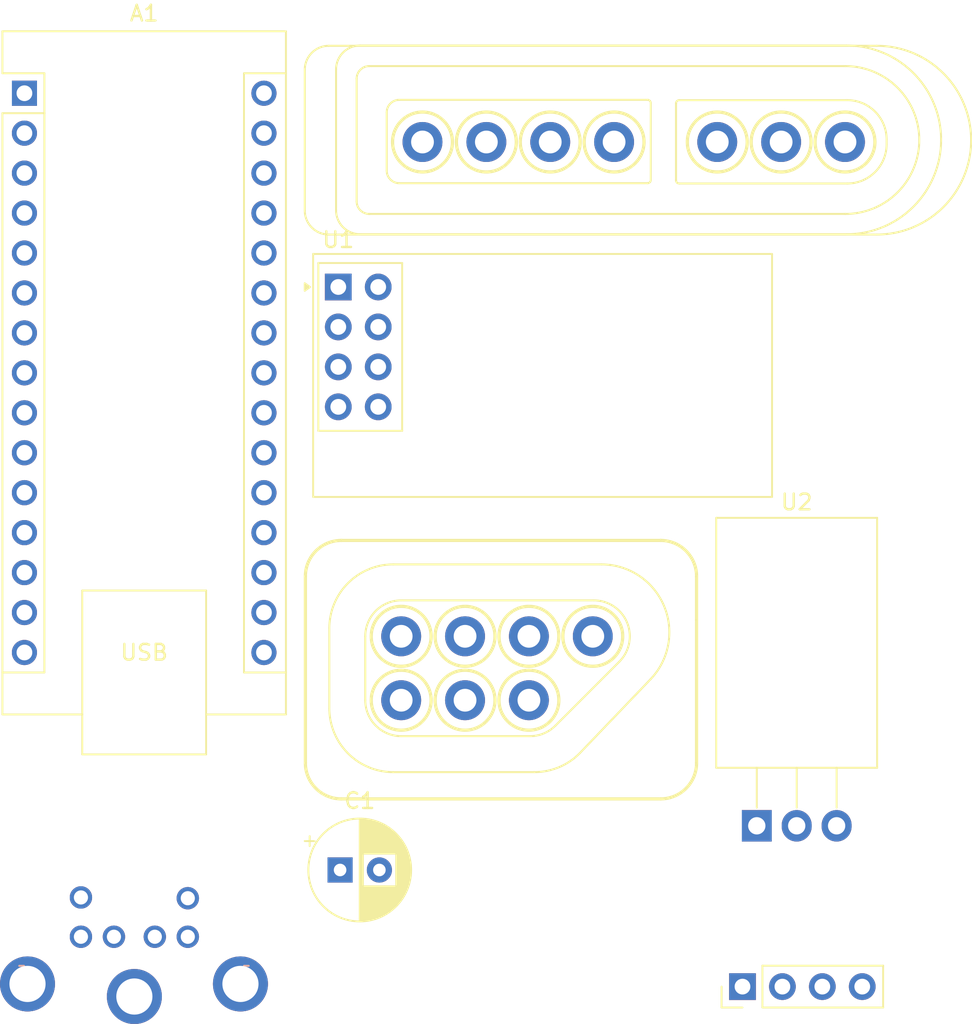
<source format=kicad_pcb>
(kicad_pcb (version 20240108) (generator "pcbnew") (generator_version "8.0")
  (layers (0 "F.Cu" signal) (31 "B.Cu" signal) (34 "B.Paste" user) (35 "F.Paste" user) (36 "B.SilkS" user "B.Silkscreen") (37 "F.SilkS" user "F.Silkscreen") (38 "B.Mask" user) (39 "F.Mask" user) (44 "Edge.Cuts" user))
  (net 0 "")
  (net 1 "Net-(A1-D5)")
  (net 4 "Net-(Nes1-GND)")
  (net 15 "Net-(A1-+5V)")
  (net 16 "Net-(A1-D4)")
  (net 19 "Net-(A1-D6)")
  (net 21 "Net-(A1-D9)")
  (net 22 "Net-(A1-D7)")
  (net 23 "Net-(A1-A4)")
  (net 24 "Net-(A1-D8)")
  (net 25 "Net-(A1-D13)")
  (net 26 "Net-(A1-D12)")
  (net 27 "Net-(A1-D11)")
  (net 28 "Net-(A1-A5)")
  (net 29 "Net-(U1-VCC)")
  (net 30 "Net-(U1-GND)")
  (net 31 "Net-(A1-D2)")
  (net 32 "Net-(A1-D3)")
  (footprint "Footprints_cez:1.3_0.91 inch Oled screen" (layer "F.Cu") (at 154.522 102.028)
    (property "Reference" "U3" (hide yes))
    (property "Value" "~")
    (fp_line (start -5.23 9.03) (end -5.23 7.7) (stroke (width 0.12)) (layer "F.SilkS"))
    (fp_line (start -3.9 9.03) (end -5.23 9.03) (stroke (width 0.12)) (layer "F.SilkS"))
    (fp_line (start -2.63 6.37) (end 5.05 6.37) (stroke (width 0.12)) (layer "F.SilkS"))
    (fp_line (start -2.63 9.03) (end -2.63 6.37) (stroke (width 0.12)) (layer "F.SilkS"))
    (fp_line (start -2.63 9.03) (end 5.05 9.03) (stroke (width 0.12)) (layer "F.SilkS"))
    (fp_line (start 5.05 9.03) (end 5.05 6.37) (stroke (width 0.12)) (layer "F.SilkS"))
    (pad "1" thru_hole rect (at -3.9 7.7 90) (size 1.7 1.7) (drill 1) (layers "*.Cu" "*.Mask") (net 15 "Net-(A1-+5V)"))
    (pad "2" thru_hole oval (at -1.36 7.7 90) (size 1.7 1.7) (drill 1) (layers "*.Cu" "*.Mask") (net 4 "Net-(Nes1-GND)"))
    (pad "3" thru_hole oval (at 1.18 7.7 90) (size 1.7 1.7) (drill 1) (layers "*.Cu" "*.Mask") (net 28 "Net-(A1-A5)"))
    (pad "4" thru_hole oval (at 3.72 7.7 90) (size 1.7 1.7) (drill 1) (layers "*.Cu" "*.Mask") (net 23 "Net-(A1-A4)"))
  )
  (footprint "Capacitor_THT:CP_Radial_D6.3mm_P2.50mm" (layer "F.Cu") (at 125.017241 102.313)
    (property "Reference" "C1" (at 1.25 -4.4 0) (layer "F.SilkS"))
    (property "Value" "C_Polarized")
    (fp_line (start -2.250241 -1.839) (end -1.620241 -1.839) (stroke (width 0.12)) (layer "F.SilkS"))
    (fp_line (start -1.935241 -2.154) (end -1.935241 -1.524) (stroke (width 0.12)) (layer "F.SilkS"))
    (fp_line (start 1.25 -3.23) (end 1.25 3.23) (stroke (width 0.12)) (layer "F.SilkS"))
    (fp_line (start 1.29 -3.23) (end 1.29 3.23) (stroke (width 0.12)) (layer "F.SilkS"))
    (fp_line (start 1.33 -3.23) (end 1.33 3.23) (stroke (width 0.12)) (layer "F.SilkS"))
    (fp_line (start 1.37 -3.228) (end 1.37 3.228) (stroke (width 0.12)) (layer "F.SilkS"))
    (fp_line (start 1.41 -3.227) (end 1.41 3.227) (stroke (width 0.12)) (layer "F.SilkS"))
    (fp_line (start 1.45 -3.224) (end 1.45 3.224) (stroke (width 0.12)) (layer "F.SilkS"))
    (fp_line (start 1.49 -3.222) (end 1.49 -1.04) (stroke (width 0.12)) (layer "F.SilkS"))
    (fp_line (start 1.49 1.04) (end 1.49 3.222) (stroke (width 0.12)) (layer "F.SilkS"))
    (fp_line (start 1.53 -3.218) (end 1.53 -1.04) (stroke (width 0.12)) (layer "F.SilkS"))
    (fp_line (start 1.53 1.04) (end 1.53 3.218) (stroke (width 0.12)) (layer "F.SilkS"))
    (fp_line (start 1.57 -3.215) (end 1.57 -1.04) (stroke (width 0.12)) (layer "F.SilkS"))
    (fp_line (start 1.57 1.04) (end 1.57 3.215) (stroke (width 0.12)) (layer "F.SilkS"))
    (fp_line (start 1.61 -3.211) (end 1.61 -1.04) (stroke (width 0.12)) (layer "F.SilkS"))
    (fp_line (start 1.61 1.04) (end 1.61 3.211) (stroke (width 0.12)) (layer "F.SilkS"))
    (fp_line (start 1.65 -3.206) (end 1.65 -1.04) (stroke (width 0.12)) (layer "F.SilkS"))
    (fp_line (start 1.65 1.04) (end 1.65 3.206) (stroke (width 0.12)) (layer "F.SilkS"))
    (fp_line (start 1.69 -3.201) (end 1.69 -1.04) (stroke (width 0.12)) (layer "F.SilkS"))
    (fp_line (start 1.69 1.04) (end 1.69 3.201) (stroke (width 0.12)) (layer "F.SilkS"))
    (fp_line (start 1.73 -3.195) (end 1.73 -1.04) (stroke (width 0.12)) (layer "F.SilkS"))
    (fp_line (start 1.73 1.04) (end 1.73 3.195) (stroke (width 0.12)) (layer "F.SilkS"))
    (fp_line (start 1.77 -3.189) (end 1.77 -1.04) (stroke (width 0.12)) (layer "F.SilkS"))
    (fp_line (start 1.77 1.04) (end 1.77 3.189) (stroke (width 0.12)) (layer "F.SilkS"))
    (fp_line (start 1.81 -3.182) (end 1.81 -1.04) (stroke (width 0.12)) (layer "F.SilkS"))
    (fp_line (start 1.81 1.04) (end 1.81 3.182) (stroke (width 0.12)) (layer "F.SilkS"))
    (fp_line (start 1.85 -3.175) (end 1.85 -1.04) (stroke (width 0.12)) (layer "F.SilkS"))
    (fp_line (start 1.85 1.04) (end 1.85 3.175) (stroke (width 0.12)) (layer "F.SilkS"))
    (fp_line (start 1.89 -3.167) (end 1.89 -1.04) (stroke (width 0.12)) (layer "F.SilkS"))
    (fp_line (start 1.89 1.04) (end 1.89 3.167) (stroke (width 0.12)) (layer "F.SilkS"))
    (fp_line (start 1.93 -3.159) (end 1.93 -1.04) (stroke (width 0.12)) (layer "F.SilkS"))
    (fp_line (start 1.93 1.04) (end 1.93 3.159) (stroke (width 0.12)) (layer "F.SilkS"))
    (fp_line (start 1.971 -3.15) (end 1.971 -1.04) (stroke (width 0.12)) (layer "F.SilkS"))
    (fp_line (start 1.971 1.04) (end 1.971 3.15) (stroke (width 0.12)) (layer "F.SilkS"))
    (fp_line (start 2.011 -3.141) (end 2.011 -1.04) (stroke (width 0.12)) (layer "F.SilkS"))
    (fp_line (start 2.011 1.04) (end 2.011 3.141) (stroke (width 0.12)) (layer "F.SilkS"))
    (fp_line (start 2.051 -3.131) (end 2.051 -1.04) (stroke (width 0.12)) (layer "F.SilkS"))
    (fp_line (start 2.051 1.04) (end 2.051 3.131) (stroke (width 0.12)) (layer "F.SilkS"))
    (fp_line (start 2.091 -3.121) (end 2.091 -1.04) (stroke (width 0.12)) (layer "F.SilkS"))
    (fp_line (start 2.091 1.04) (end 2.091 3.121) (stroke (width 0.12)) (layer "F.SilkS"))
    (fp_line (start 2.131 -3.11) (end 2.131 -1.04) (stroke (width 0.12)) (layer "F.SilkS"))
    (fp_line (start 2.131 1.04) (end 2.131 3.11) (stroke (width 0.12)) (layer "F.SilkS"))
    (fp_line (start 2.171 -3.098) (end 2.171 -1.04) (stroke (width 0.12)) (layer "F.SilkS"))
    (fp_line (start 2.171 1.04) (end 2.171 3.098) (stroke (width 0.12)) (layer "F.SilkS"))
    (fp_line (start 2.211 -3.086) (end 2.211 -1.04) (stroke (width 0.12)) (layer "F.SilkS"))
    (fp_line (start 2.211 1.04) (end 2.211 3.086) (stroke (width 0.12)) (layer "F.SilkS"))
    (fp_line (start 2.251 -3.074) (end 2.251 -1.04) (stroke (width 0.12)) (layer "F.SilkS"))
    (fp_line (start 2.251 1.04) (end 2.251 3.074) (stroke (width 0.12)) (layer "F.SilkS"))
    (fp_line (start 2.291 -3.061) (end 2.291 -1.04) (stroke (width 0.12)) (layer "F.SilkS"))
    (fp_line (start 2.291 1.04) (end 2.291 3.061) (stroke (width 0.12)) (layer "F.SilkS"))
    (fp_line (start 2.331 -3.047) (end 2.331 -1.04) (stroke (width 0.12)) (layer "F.SilkS"))
    (fp_line (start 2.331 1.04) (end 2.331 3.047) (stroke (width 0.12)) (layer "F.SilkS"))
    (fp_line (start 2.371 -3.033) (end 2.371 -1.04) (stroke (width 0.12)) (layer "F.SilkS"))
    (fp_line (start 2.371 1.04) (end 2.371 3.033) (stroke (width 0.12)) (layer "F.SilkS"))
    (fp_line (start 2.411 -3.018) (end 2.411 -1.04) (stroke (width 0.12)) (layer "F.SilkS"))
    (fp_line (start 2.411 1.04) (end 2.411 3.018) (stroke (width 0.12)) (layer "F.SilkS"))
    (fp_line (start 2.451 -3.002) (end 2.451 -1.04) (stroke (width 0.12)) (layer "F.SilkS"))
    (fp_line (start 2.451 1.04) (end 2.451 3.002) (stroke (width 0.12)) (layer "F.SilkS"))
    (fp_line (start 2.491 -2.986) (end 2.491 -1.04) (stroke (width 0.12)) (layer "F.SilkS"))
    (fp_line (start 2.491 1.04) (end 2.491 2.986) (stroke (width 0.12)) (layer "F.SilkS"))
    (fp_line (start 2.531 -2.97) (end 2.531 -1.04) (stroke (width 0.12)) (layer "F.SilkS"))
    (fp_line (start 2.531 1.04) (end 2.531 2.97) (stroke (width 0.12)) (layer "F.SilkS"))
    (fp_line (start 2.571 -2.952) (end 2.571 -1.04) (stroke (width 0.12)) (layer "F.SilkS"))
    (fp_line (start 2.571 1.04) (end 2.571 2.952) (stroke (width 0.12)) (layer "F.SilkS"))
    (fp_line (start 2.611 -2.934) (end 2.611 -1.04) (stroke (width 0.12)) (layer "F.SilkS"))
    (fp_line (start 2.611 1.04) (end 2.611 2.934) (stroke (width 0.12)) (layer "F.SilkS"))
    (fp_line (start 2.651 -2.916) (end 2.651 -1.04) (stroke (width 0.12)) (layer "F.SilkS"))
    (fp_line (start 2.651 1.04) (end 2.651 2.916) (stroke (width 0.12)) (layer "F.SilkS"))
    (fp_line (start 2.691 -2.896) (end 2.691 -1.04) (stroke (width 0.12)) (layer "F.SilkS"))
    (fp_line (start 2.691 1.04) (end 2.691 2.896) (stroke (width 0.12)) (layer "F.SilkS"))
    (fp_line (start 2.731 -2.876) (end 2.731 -1.04) (stroke (width 0.12)) (layer "F.SilkS"))
    (fp_line (start 2.731 1.04) (end 2.731 2.876) (stroke (width 0.12)) (layer "F.SilkS"))
    (fp_line (start 2.771 -2.856) (end 2.771 -1.04) (stroke (width 0.12)) (layer "F.SilkS"))
    (fp_line (start 2.771 1.04) (end 2.771 2.856) (stroke (width 0.12)) (layer "F.SilkS"))
    (fp_line (start 2.811 -2.834) (end 2.811 -1.04) (stroke (width 0.12)) (layer "F.SilkS"))
    (fp_line (start 2.811 1.04) (end 2.811 2.834) (stroke (width 0.12)) (layer "F.SilkS"))
    (fp_line (start 2.851 -2.812) (end 2.851 -1.04) (stroke (width 0.12)) (layer "F.SilkS"))
    (fp_line (start 2.851 1.04) (end 2.851 2.812) (stroke (width 0.12)) (layer "F.SilkS"))
    (fp_line (start 2.891 -2.79) (end 2.891 -1.04) (stroke (width 0.12)) (layer "F.SilkS"))
    (fp_line (start 2.891 1.04) (end 2.891 2.79) (stroke (width 0.12)) (layer "F.SilkS"))
    (fp_line (start 2.931 -2.766) (end 2.931 -1.04) (stroke (width 0.12)) (layer "F.SilkS"))
    (fp_line (start 2.931 1.04) (end 2.931 2.766) (stroke (width 0.12)) (layer "F.SilkS"))
    (fp_line (start 2.971 -2.742) (end 2.971 -1.04) (stroke (width 0.12)) (layer "F.SilkS"))
    (fp_line (start 2.971 1.04) (end 2.971 2.742) (stroke (width 0.12)) (layer "F.SilkS"))
    (fp_line (start 3.011 -2.716) (end 3.011 -1.04) (stroke (width 0.12)) (layer "F.SilkS"))
    (fp_line (start 3.011 1.04) (end 3.011 2.716) (stroke (width 0.12)) (layer "F.SilkS"))
    (fp_line (start 3.051 -2.69) (end 3.051 -1.04) (stroke (width 0.12)) (layer "F.SilkS"))
    (fp_line (start 3.051 1.04) (end 3.051 2.69) (stroke (width 0.12)) (layer "F.SilkS"))
    (fp_line (start 3.091 -2.664) (end 3.091 -1.04) (stroke (width 0.12)) (layer "F.SilkS"))
    (fp_line (start 3.091 1.04) (end 3.091 2.664) (stroke (width 0.12)) (layer "F.SilkS"))
    (fp_line (start 3.131 -2.636) (end 3.131 -1.04) (stroke (width 0.12)) (layer "F.SilkS"))
    (fp_line (start 3.131 1.04) (end 3.131 2.636) (stroke (width 0.12)) (layer "F.SilkS"))
    (fp_line (start 3.171 -2.607) (end 3.171 -1.04) (stroke (width 0.12)) (layer "F.SilkS"))
    (fp_line (start 3.171 1.04) (end 3.171 2.607) (stroke (width 0.12)) (layer "F.SilkS"))
    (fp_line (start 3.211 -2.578) (end 3.211 -1.04) (stroke (width 0.12)) (layer "F.SilkS"))
    (fp_line (start 3.211 1.04) (end 3.211 2.578) (stroke (width 0.12)) (layer "F.SilkS"))
    (fp_line (start 3.251 -2.548) (end 3.251 -1.04) (stroke (width 0.12)) (layer "F.SilkS"))
    (fp_line (start 3.251 1.04) (end 3.251 2.548) (stroke (width 0.12)) (layer "F.SilkS"))
    (fp_line (start 3.291 -2.516) (end 3.291 -1.04) (stroke (width 0.12)) (layer "F.SilkS"))
    (fp_line (start 3.291 1.04) (end 3.291 2.516) (stroke (width 0.12)) (layer "F.SilkS"))
    (fp_line (start 3.331 -2.484) (end 3.331 -1.04) (stroke (width 0.12)) (layer "F.SilkS"))
    (fp_line (start 3.331 1.04) (end 3.331 2.484) (stroke (width 0.12)) (layer "F.SilkS"))
    (fp_line (start 3.371 -2.45) (end 3.371 -1.04) (stroke (width 0.12)) (layer "F.SilkS"))
    (fp_line (start 3.371 1.04) (end 3.371 2.45) (stroke (width 0.12)) (layer "F.SilkS"))
    (fp_line (start 3.411 -2.416) (end 3.411 -1.04) (stroke (width 0.12)) (layer "F.SilkS"))
    (fp_line (start 3.411 1.04) (end 3.411 2.416) (stroke (width 0.12)) (layer "F.SilkS"))
    (fp_line (start 3.451 -2.38) (end 3.451 -1.04) (stroke (width 0.12)) (layer "F.SilkS"))
    (fp_line (start 3.451 1.04) (end 3.451 2.38) (stroke (width 0.12)) (layer "F.SilkS"))
    (fp_line (start 3.491 -2.343) (end 3.491 -1.04) (stroke (width 0.12)) (layer "F.SilkS"))
    (fp_line (start 3.491 1.04) (end 3.491 2.343) (stroke (width 0.12)) (layer "F.SilkS"))
    (fp_line (start 3.531 -2.305) (end 3.531 -1.04) (stroke (width 0.12)) (layer "F.SilkS"))
    (fp_line (start 3.531 1.04) (end 3.531 2.305) (stroke (width 0.12)) (layer "F.SilkS"))
    (fp_line (start 3.571 -2.265) (end 3.571 2.265) (stroke (width 0.12)) (layer "F.SilkS"))
    (fp_line (start 3.611 -2.224) (end 3.611 2.224) (stroke (width 0.12)) (layer "F.SilkS"))
    (fp_line (start 3.651 -2.182) (end 3.651 2.182) (stroke (width 0.12)) (layer "F.SilkS"))
    (fp_line (start 3.691 -2.137) (end 3.691 2.137) (stroke (width 0.12)) (layer "F.SilkS"))
    (fp_line (start 3.731 -2.092) (end 3.731 2.092) (stroke (width 0.12)) (layer "F.SilkS"))
    (fp_line (start 3.771 -2.044) (end 3.771 2.044) (stroke (width 0.12)) (layer "F.SilkS"))
    (fp_line (start 3.811 -1.995) (end 3.811 1.995) (stroke (width 0.12)) (layer "F.SilkS"))
    (fp_line (start 3.851 -1.944) (end 3.851 1.944) (stroke (width 0.12)) (layer "F.SilkS"))
    (fp_line (start 3.891 -1.89) (end 3.891 1.89) (stroke (width 0.12)) (layer "F.SilkS"))
    (fp_line (start 3.931 -1.834) (end 3.931 1.834) (stroke (width 0.12)) (layer "F.SilkS"))
    (fp_line (start 3.971 -1.776) (end 3.971 1.776) (stroke (width 0.12)) (layer "F.SilkS"))
    (fp_line (start 4.011 -1.714) (end 4.011 1.714) (stroke (width 0.12)) (layer "F.SilkS"))
    (fp_line (start 4.051 -1.65) (end 4.051 1.65) (stroke (width 0.12)) (layer "F.SilkS"))
    (fp_line (start 4.091 -1.581) (end 4.091 1.581) (stroke (width 0.12)) (layer "F.SilkS"))
    (fp_line (start 4.131 -1.509) (end 4.131 1.509) (stroke (width 0.12)) (layer "F.SilkS"))
    (fp_line (start 4.171 -1.432) (end 4.171 1.432) (stroke (width 0.12)) (layer "F.SilkS"))
    (fp_line (start 4.211 -1.35) (end 4.211 1.35) (stroke (width 0.12)) (layer "F.SilkS"))
    (fp_line (start 4.251 -1.262) (end 4.251 1.262) (stroke (width 0.12)) (layer "F.SilkS"))
    (fp_line (start 4.291 -1.165) (end 4.291 1.165) (stroke (width 0.12)) (layer "F.SilkS"))
    (fp_line (start 4.331 -1.059) (end 4.331 1.059) (stroke (width 0.12)) (layer "F.SilkS"))
    (fp_line (start 4.371 -0.94) (end 4.371 0.94) (stroke (width 0.12)) (layer "F.SilkS"))
    (fp_line (start 4.411 -0.802) (end 4.411 0.802) (stroke (width 0.12)) (layer "F.SilkS"))
    (fp_line (start 4.451 -0.633) (end 4.451 0.633) (stroke (width 0.12)) (layer "F.SilkS"))
    (fp_line (start 4.491 -0.402) (end 4.491 0.402) (stroke (width 0.12)) (layer "F.SilkS"))
    (fp_circle (center 1.25 0) (end 4.52 0) (stroke (width 0.12)) (fill none) (layer "F.SilkS"))
    (pad "1" thru_hole rect (at 0 0) (size 1.6 1.6) (drill 0.8) (layers "*.Cu" "*.Mask") (net 29 "Net-(U1-VCC)"))
    (pad "2" thru_hole circle (at 2.5 0) (size 1.6 1.6) (drill 0.8) (layers "*.Cu" "*.Mask") (net 30 "Net-(U1-GND)"))
  )
  (footprint "Footprints_cez:ps_2 connector" (layer "F.Cu") (at 111.927 96.358)
    (property "Reference" "U4" (hide yes))
    (property "Value" "~" (hide yes))
    (fp_line (start -7.025 12.05) (end -7.325 12.05) (stroke (width 0.127)) (layer "B.SilkS"))
    (fp_line (start -6.725 14.05) (end -6.475 14.05) (stroke (width 0.127)) (layer "B.SilkS"))
    (fp_line (start 6.675 14.05) (end 6.375 14.05) (stroke (width 0.127)) (layer "B.SilkS"))
    (fp_line (start 6.975 12.05) (end 7.275 12.05) (stroke (width 0.127)) (layer "B.SilkS"))
    (pad "1" thru_hole circle (at -3.4 7.7 180) (size 1.4224 1.4224) (drill 0.9) (layers "*.Cu" "*.Mask"))
    (pad "2" thru_hole circle (at -3.4 10.2 180) (size 1.4224 1.4224) (drill 0.9) (layers "*.Cu" "*.Mask") (net 15 "Net-(A1-+5V)"))
    (pad "3" thru_hole circle (at -1.3 10.2 180) (size 1.4224 1.4224) (drill 0.9) (layers "*.Cu" "*.Mask"))
    (pad "4" thru_hole circle (at 1.3 10.2 180) (size 1.4224 1.4224) (drill 0.9) (layers "*.Cu" "*.Mask") (net 32 "Net-(A1-D3)"))
    (pad "5" thru_hole circle (at 3.4 10.2 180) (size 1.4224 1.4224) (drill 0.9) (layers "*.Cu" "*.Mask") (net 4 "Net-(Nes1-GND)"))
    (pad "6" thru_hole oval (at 3.4 7.75 180) (size 1.4224 1.4224) (drill 0.9) (layers "*.Cu" "*.Mask") (net 31 "Net-(A1-D2)"))
    (pad "SH1" thru_hole circle (at -6.8 13.2 180) (size 3.5 3.5) (drill 2.3) (layers "*.Cu" "*.Mask"))
    (pad "SH2" thru_hole circle (at 0 14 180) (size 3.5 3.5) (drill 2.3) (layers "*.Cu" "*.Mask"))
    (pad "SH3" thru_hole circle (at 6.75 13.2 180) (size 3.5 3.5) (drill 2.3) (layers "*.Cu" "*.Mask"))
  )
  (footprint "Module:Arduino_Nano" (layer "F.Cu") (at 104.932 52.923)
    (property "Reference" "A1" (at 7.62 -5.08 0) (layer "F.SilkS"))
    (property "Value" "Arduino_Nano_v3.x")
    (fp_line (start -1.4 -3.94) (end -1.4 -1.27) (stroke (width 0.12)) (layer "F.SilkS"))
    (fp_line (start -1.4 1.27) (end -1.4 39.5) (stroke (width 0.12)) (layer "F.SilkS"))
    (fp_line (start -1.4 39.5) (end 3.68 39.5) (stroke (width 0.12)) (layer "F.SilkS"))
    (fp_line (start 1.27 -1.27) (end -1.4 -1.27) (stroke (width 0.12)) (layer "F.SilkS"))
    (fp_line (start 1.27 1.27) (end -1.4 1.27) (stroke (width 0.12)) (layer "F.SilkS"))
    (fp_line (start 1.27 1.27) (end 1.27 -1.27) (stroke (width 0.12)) (layer "F.SilkS"))
    (fp_line (start 1.27 1.27) (end 1.27 36.83) (stroke (width 0.12)) (layer "F.SilkS"))
    (fp_line (start 1.27 36.83) (end -1.4 36.83) (stroke (width 0.12)) (layer "F.SilkS"))
    (fp_line (start 3.68 31.62) (end 11.56 31.62) (stroke (width 0.12)) (layer "F.SilkS"))
    (fp_line (start 3.68 42.04) (end 3.68 31.62) (stroke (width 0.12)) (layer "F.SilkS"))
    (fp_line (start 11.56 31.62) (end 11.56 42.04) (stroke (width 0.12)) (layer "F.SilkS"))
    (fp_line (start 11.56 42.04) (end 3.68 42.04) (stroke (width 0.12)) (layer "F.SilkS"))
    (fp_line (start 13.97 -1.27) (end 13.97 36.83) (stroke (width 0.12)) (layer "F.SilkS"))
    (fp_line (start 13.97 -1.27) (end 16.64 -1.27) (stroke (width 0.12)) (layer "F.SilkS"))
    (fp_line (start 13.97 36.83) (end 16.64 36.83) (stroke (width 0.12)) (layer "F.SilkS"))
    (fp_line (start 16.64 -3.94) (end -1.4 -3.94) (stroke (width 0.12)) (layer "F.SilkS"))
    (fp_line (start 16.64 39.5) (end 11.56 39.5) (stroke (width 0.12)) (layer "F.SilkS"))
    (fp_line (start 16.64 39.5) (end 16.64 -3.94) (stroke (width 0.12)) (layer "F.SilkS"))
    (fp_text user "USB" (at 7.62 35.56 0) (layer "F.SilkS"))
    (pad "1" thru_hole rect (at 0 0) (size 1.6 1.6) (drill 1) (layers "*.Cu" "*.Mask"))
    (pad "2" thru_hole oval (at 0 2.54) (size 1.6 1.6) (drill 1) (layers "*.Cu" "*.Mask"))
    (pad "3" thru_hole oval (at 0 5.08) (size 1.6 1.6) (drill 1) (layers "*.Cu" "*.Mask"))
    (pad "4" thru_hole oval (at 0 7.62) (size 1.6 1.6) (drill 1) (layers "*.Cu" "*.Mask") (net 4 "Net-(Nes1-GND)"))
    (pad "5" thru_hole oval (at 0 10.16) (size 1.6 1.6) (drill 1) (layers "*.Cu" "*.Mask") (net 31 "Net-(A1-D2)"))
    (pad "6" thru_hole oval (at 0 12.7) (size 1.6 1.6) (drill 1) (layers "*.Cu" "*.Mask") (net 32 "Net-(A1-D3)"))
    (pad "7" thru_hole oval (at 0 15.24) (size 1.6 1.6) (drill 1) (layers "*.Cu" "*.Mask") (net 16 "Net-(A1-D4)"))
    (pad "8" thru_hole oval (at 0 17.78) (size 1.6 1.6) (drill 1) (layers "*.Cu" "*.Mask") (net 1 "Net-(A1-D5)"))
    (pad "9" thru_hole oval (at 0 20.32) (size 1.6 1.6) (drill 1) (layers "*.Cu" "*.Mask") (net 19 "Net-(A1-D6)"))
    (pad "10" thru_hole oval (at 0 22.86) (size 1.6 1.6) (drill 1) (layers "*.Cu" "*.Mask") (net 22 "Net-(A1-D7)"))
    (pad "11" thru_hole oval (at 0 25.4) (size 1.6 1.6) (drill 1) (layers "*.Cu" "*.Mask") (net 24 "Net-(A1-D8)"))
    (pad "12" thru_hole oval (at 0 27.94) (size 1.6 1.6) (drill 1) (layers "*.Cu" "*.Mask") (net 21 "Net-(A1-D9)"))
    (pad "13" thru_hole oval (at 0 30.48) (size 1.6 1.6) (drill 1) (layers "*.Cu" "*.Mask"))
    (pad "14" thru_hole oval (at 0 33.02) (size 1.6 1.6) (drill 1) (layers "*.Cu" "*.Mask") (net 27 "Net-(A1-D11)"))
    (pad "15" thru_hole oval (at 0 35.56) (size 1.6 1.6) (drill 1) (layers "*.Cu" "*.Mask") (net 26 "Net-(A1-D12)"))
    (pad "16" thru_hole oval (at 15.24 35.56) (size 1.6 1.6) (drill 1) (layers "*.Cu" "*.Mask") (net 25 "Net-(A1-D13)"))
    (pad "17" thru_hole oval (at 15.24 33.02) (size 1.6 1.6) (drill 1) (layers "*.Cu" "*.Mask"))
    (pad "18" thru_hole oval (at 15.24 30.48) (size 1.6 1.6) (drill 1) (layers "*.Cu" "*.Mask"))
    (pad "19" thru_hole oval (at 15.24 27.94) (size 1.6 1.6) (drill 1) (layers "*.Cu" "*.Mask"))
    (pad "20" thru_hole oval (at 15.24 25.4) (size 1.6 1.6) (drill 1) (layers "*.Cu" "*.Mask"))
    (pad "21" thru_hole oval (at 15.24 22.86) (size 1.6 1.6) (drill 1) (layers "*.Cu" "*.Mask"))
    (pad "22" thru_hole oval (at 15.24 20.32) (size 1.6 1.6) (drill 1) (layers "*.Cu" "*.Mask"))
    (pad "23" thru_hole oval (at 15.24 17.78) (size 1.6 1.6) (drill 1) (layers "*.Cu" "*.Mask") (net 23 "Net-(A1-A4)"))
    (pad "24" thru_hole oval (at 15.24 15.24) (size 1.6 1.6) (drill 1) (layers "*.Cu" "*.Mask") (net 28 "Net-(A1-A5)"))
    (pad "25" thru_hole oval (at 15.24 12.7) (size 1.6 1.6) (drill 1) (layers "*.Cu" "*.Mask"))
    (pad "26" thru_hole oval (at 15.24 10.16) (size 1.6 1.6) (drill 1) (layers "*.Cu" "*.Mask"))
    (pad "27" thru_hole oval (at 15.24 7.62) (size 1.6 1.6) (drill 1) (layers "*.Cu" "*.Mask") (net 15 "Net-(A1-+5V)"))
    (pad "28" thru_hole oval (at 15.24 5.08) (size 1.6 1.6) (drill 1) (layers "*.Cu" "*.Mask"))
    (pad "29" thru_hole oval (at 15.24 2.54) (size 1.6 1.6) (drill 1) (layers "*.Cu" "*.Mask"))
    (pad "30" thru_hole oval (at 15.24 0) (size 1.6 1.6) (drill 1) (layers "*.Cu" "*.Mask"))
  )
  (footprint "RF_Module:nRF24L01_Breakout" (layer "F.Cu") (at 124.903 65.243)
    (property "Reference" "U1" (at 0 -3 0) (layer "F.SilkS"))
    (property "Value" "NRF24L01_Breakout")
    (fp_line (start -1.6 -2.1) (end -1.6 -2.1) (stroke (width 0.12)) (layer "F.SilkS"))
    (fp_line (start -1.6 -2.1) (end 27.6 -2.1) (stroke (width 0.12)) (layer "F.SilkS"))
    (fp_line (start -1.6 13.35) (end -1.6 -2.1) (stroke (width 0.12)) (layer "F.SilkS"))
    (fp_line (start -1.27 -1.524) (end -1.27 -1.524) (stroke (width 0.12)) (layer "F.SilkS"))
    (fp_line (start -1.27 -1.524) (end 4.064 -1.524) (stroke (width 0.12)) (layer "F.SilkS"))
    (fp_line (start -1.27 9.144) (end -1.27 -1.524) (stroke (width 0.12)) (layer "F.SilkS"))
    (fp_line (start -1.27 9.144) (end -1.27 9.144) (stroke (width 0.12)) (layer "F.SilkS"))
    (fp_line (start 4.064 -1.524) (end 4.064 9.144) (stroke (width 0.12)) (layer "F.SilkS"))
    (fp_line (start 4.064 9.144) (end -1.27 9.144) (stroke (width 0.12)) (layer "F.SilkS"))
    (fp_line (start 27.6 -2.1) (end 27.6 13.35) (stroke (width 0.12)) (layer "F.SilkS"))
    (fp_line (start 27.6 13.35) (end -1.6 13.35) (stroke (width 0.12)) (layer "F.SilkS"))
    (fp_poly (pts (xy -1.8 0) (xy -2.136 0.24) (xy -2.136 -0.24) (xy -1.8 0)) (stroke (width 0.12)) (fill solid) (layer "F.SilkS"))
    (pad "1" thru_hole rect (at 0 0) (size 1.7 1.7) (drill 1) (layers "*.Cu" "*.Mask") (net 30 "Net-(U1-GND)"))
    (pad "2" thru_hole circle (at 2.54 0) (size 1.7 1.7) (drill 1) (layers "*.Cu" "*.Mask") (net 29 "Net-(U1-VCC)"))
    (pad "3" thru_hole circle (at 0 2.54) (size 1.7 1.7) (drill 1) (layers "*.Cu" "*.Mask") (net 24 "Net-(A1-D8)"))
    (pad "4" thru_hole circle (at 2.54 2.54) (size 1.7 1.7) (drill 1) (layers "*.Cu" "*.Mask") (net 21 "Net-(A1-D9)"))
    (pad "5" thru_hole circle (at 0 5.08) (size 1.7 1.7) (drill 1) (layers "*.Cu" "*.Mask") (net 25 "Net-(A1-D13)"))
    (pad "6" thru_hole circle (at 2.54 5.08) (size 1.7 1.7) (drill 1) (layers "*.Cu" "*.Mask") (net 27 "Net-(A1-D11)"))
    (pad "7" thru_hole circle (at 0 7.62) (size 1.7 1.7) (drill 1) (layers "*.Cu" "*.Mask") (net 26 "Net-(A1-D12)"))
    (pad "8" thru_hole circle (at 2.54 7.62) (size 1.7 1.7) (drill 1) (layers "*.Cu" "*.Mask") (net 22 "Net-(A1-D7)"))
  )
  (footprint "Package_TO_SOT_THT:TO-220-3_Horizontal_TabDown" (layer "F.Cu") (at 151.532 99.503)
    (property "Reference" "U2" (at 2.54 -20.58 0) (layer "F.SilkS"))
    (property "Value" "LD1117V33")
    (fp_line (start -2.58 -19.58) (end -2.58 -3.69) (stroke (width 0.12)) (layer "F.SilkS"))
    (fp_line (start -2.58 -19.58) (end 7.66 -19.58) (stroke (width 0.12)) (layer "F.SilkS"))
    (fp_line (start -2.58 -3.69) (end 7.66 -3.69) (stroke (width 0.12)) (layer "F.SilkS"))
    (fp_line (start 0 -3.69) (end 0 -1.15) (stroke (width 0.12)) (layer "F.SilkS"))
    (fp_line (start 2.54 -3.69) (end 2.54 -1.15) (stroke (width 0.12)) (layer "F.SilkS"))
    (fp_line (start 5.08 -3.69) (end 5.08 -1.15) (stroke (width 0.12)) (layer "F.SilkS"))
    (fp_line (start 7.66 -19.58) (end 7.66 -3.69) (stroke (width 0.12)) (layer "F.SilkS"))
    (pad "" np_thru_hole oval (at 2.54 -16.66) (size 3.5 3.5) (drill 3.5) (layers "*.Cu" "*.Mask"))
    (pad "1" thru_hole rect (at 0 0) (size 1.905 2) (drill 1.1) (layers "*.Cu" "*.Mask") (net 30 "Net-(U1-GND)"))
    (pad "2" thru_hole oval (at 2.54 0) (size 1.905 2) (drill 1.1) (layers "*.Cu" "*.Mask") (net 29 "Net-(U1-VCC)"))
    (pad "3" thru_hole oval (at 5.08 0) (size 1.905 2) (drill 1.1) (layers "*.Cu" "*.Mask") (net 15 "Net-(A1-+5V)"))
  )
  (footprint "Footprints_cez:nes_controller" (layer "F.Cu") (at 134.4046 80.018)
    (property "Reference" "Nes1" (hide yes))
    (property "Value" "~")
    (fp_line (start -11.596 15.4878) (end -11.596 3.626) (stroke (width 0.2032)) (layer "F.SilkS"))
    (fp_line (start -10.072 12.008) (end -10.072 6.928) (stroke (width 0.127)) (layer "F.SilkS"))
    (fp_line (start -9.31 1.34) (end 11.01 1.34) (stroke (width 0.2032)) (layer "F.SilkS"))
    (fp_line (start -7.786 7.436) (end -7.786 11.5) (stroke (width 0.127)) (layer "F.SilkS"))
    (fp_line (start -6.008 2.864) (end 7.245625 2.864) (stroke (width 0.127)) (layer "F.SilkS"))
    (fp_line (start -5.5 5.15) (end 6.761106 5.15) (stroke (width 0.127)) (layer "F.SilkS"))
    (fp_line (start -5.5 13.786) (end 2.697106 13.786) (stroke (width 0.127)) (layer "F.SilkS"))
    (fp_line (start 2.976637 16.072) (end -6.008 16.072) (stroke (width 0.127)) (layer "F.SilkS"))
    (fp_line (start 8.377553 9.052447) (end 4.313553 13.116446) (stroke (width 0.127)) (layer "F.SilkS"))
    (fp_line (start 10.364112 10.168663) (end 5.850318 14.881681) (stroke (width 0.127)) (layer "F.SilkS"))
    (fp_line (start 11.01 17.7738) (end -9.31 17.7738) (stroke (width 0.2032)) (layer "F.SilkS"))
    (fp_line (start 13.296 3.626) (end 13.296 6.3946) (stroke (width 0.2032)) (layer "F.SilkS"))
    (fp_line (start 13.296 6.3946) (end 13.296 15.4878) (stroke (width 0.2032)) (layer "F.SilkS"))
    (fp_arc (start -11.596 3.626) (mid -10.926446 2.009554) (end -9.31 1.34) (stroke (width 0.2032)) (layer "F.SilkS"))
    (fp_arc (start -10.072 6.928) (mid -8.881682 4.054317) (end -6.007999 2.863999) (stroke (width 0.127)) (layer "F.SilkS"))
    (fp_arc (start -9.31 17.7738) (mid -10.926446 17.104246) (end -11.596 15.4878) (stroke (width 0.2032)) (layer "F.SilkS"))
    (fp_arc (start -7.786 7.436) (mid -7.116446 5.819554) (end -5.5 5.15) (stroke (width 0.127)) (layer "F.SilkS"))
    (fp_arc (start -6.008 16.072) (mid -8.881682 14.881681) (end -10.072 12.007998) (stroke (width 0.127)) (layer "F.SilkS"))
    (fp_arc (start -5.5 13.786) (mid -7.116446 13.116446) (end -7.786 11.5) (stroke (width 0.127)) (layer "F.SilkS"))
    (fp_arc (start 4.313553 13.116446) (mid 3.571922 13.611991) (end 2.697106 13.786) (stroke (width 0.127)) (layer "F.SilkS"))
    (fp_arc (start 5.850318 14.881681) (mid 4.531861 15.762642) (end 2.976637 16.072) (stroke (width 0.127)) (layer "F.SilkS"))
    (fp_arc (start 6.761106 5.15) (mid 8.873089 6.561187) (end 8.377553 9.052448) (stroke (width 0.127)) (layer "F.SilkS"))
    (fp_arc (start 7.245625 2.864) (mid 11.216863 5.486609) (end 10.364111 10.168664) (stroke (width 0.127)) (layer "F.SilkS"))
    (fp_arc (start 11.01 1.34) (mid 12.626446 2.009554) (end 13.296 3.626) (stroke (width 0.2032)) (layer "F.SilkS"))
    (fp_arc (start 13.296 15.4878) (mid 12.626446 17.104246) (end 11.01 17.7738) (stroke (width 0.2032)) (layer "F.SilkS"))
    (fp_circle (center -5.5 7.436) (end -3.595 7.436) (stroke (width 0.2032)) (fill none) (layer "F.SilkS"))
    (fp_circle (center -5.5 11.5) (end -3.595 11.5) (stroke (width 0.2032)) (fill none) (layer "F.SilkS"))
    (fp_circle (center -1.436 7.436) (end 0.469 7.436) (stroke (width 0.2032)) (fill none) (layer "F.SilkS"))
    (fp_circle (center -1.436 11.5) (end 0.469 11.5) (stroke (width 0.2032)) (fill none) (layer "F.SilkS"))
    (fp_circle (center 2.628 7.436) (end 4.533 7.436) (stroke (width 0.2032)) (fill none) (layer "F.SilkS"))
    (fp_circle (center 2.628 11.5) (end 4.533 11.5) (stroke (width 0.2032)) (fill none) (layer "F.SilkS"))
    (fp_circle (center 6.692 7.436) (end 8.597 7.436) (stroke (width 0.2032)) (fill none) (layer "F.SilkS"))
    (pad "1" thru_hole circle (at 2.628 11.5) (size 2.54 2.54) (drill 1.4478) (layers "*.Cu" "*.Mask") (net 15 "Net-(A1-+5V)"))
    (pad "2" thru_hole circle (at 2.628 7.436) (size 2.54 2.54) (drill 1.4478) (layers "*.Cu" "*.Mask") (net 16 "Net-(A1-D4)"))
    (pad "3" thru_hole circle (at -1.436 7.436) (size 2.54 2.54) (drill 1.4478) (layers "*.Cu" "*.Mask") (net 1 "Net-(A1-D5)"))
    (pad "4" thru_hole circle (at -5.5 7.436) (size 2.54 2.54) (drill 1.4478) (layers "*.Cu" "*.Mask") (net 19 "Net-(A1-D6)"))
    (pad "5" thru_hole circle (at -1.436 11.5) (size 2.54 2.54) (drill 1.4478) (layers "*.Cu" "*.Mask"))
    (pad "6" thru_hole circle (at -5.5 11.5) (size 2.54 2.54) (drill 1.4478) (layers "*.Cu" "*.Mask"))
    (pad "7" thru_hole circle (at 6.692 7.436) (size 2.54 2.54) (drill 1.4478) (layers "*.Cu" "*.Mask") (net 4 "Net-(Nes1-GND)"))
  )
  (footprint "Footprints_cez:snes_controller_v2" (layer "F.Cu") (at 142.760501 49.088)
    (property "Reference" "Snes1" (hide yes))
    (property "Value" "~" (hide yes))
    (fp_line (start -19.99 11.296) (end -19.99 2.344) (stroke (width 0.127)) (layer "F.SilkS"))
    (fp_line (start -18.466 0.82) (end 16.41 0.82) (stroke (width 0.127)) (layer "F.SilkS"))
    (fp_line (start -18 2.324) (end -18 11.276) (stroke (width 0.127)) (layer "F.SilkS"))
    (fp_line (start -16.69 2.91) (end -16.69 10.71) (stroke (width 0.127)) (layer "F.SilkS"))
    (fp_line (start -16.476 0.8) (end 14.5 0.8) (stroke (width 0.127)) (layer "F.SilkS"))
    (fp_line (start -16.476 12.8) (end 14.5 12.8) (stroke (width 0.127)) (layer "F.SilkS"))
    (fp_line (start -15.89 2.11) (end 14.41 2.11) (stroke (width 0.127)) (layer "F.SilkS"))
    (fp_line (start -15.89 11.51) (end 14.41 11.51) (stroke (width 0.127)) (layer "F.SilkS"))
    (fp_line (start -14.776 8.755) (end -14.776 5.055) (stroke (width 0.127)) (layer "F.SilkS"))
    (fp_line (start -13.976 4.255) (end 1.824 4.255) (stroke (width 0.127)) (layer "F.SilkS"))
    (fp_line (start -13.976 9.555) (end 1.824 9.555) (stroke (width 0.127)) (layer "F.SilkS"))
    (fp_line (start 2.024 9.355) (end 2.024 4.455) (stroke (width 0.127)) (layer "F.SilkS"))
    (fp_line (start 3.633 9.375) (end 3.633 4.475) (stroke (width 0.127)) (layer "F.SilkS"))
    (fp_line (start 3.833 4.275) (end 14.533 4.275) (stroke (width 0.127)) (layer "F.SilkS"))
    (fp_line (start 3.833 9.575) (end 14.533 9.575) (stroke (width 0.127)) (layer "F.SilkS"))
    (fp_line (start 16.41 12.82) (end -18.466 12.82) (stroke (width 0.127)) (layer "F.SilkS"))
    (fp_line (start 17.033 7.075) (end 17.033 6.775) (stroke (width 0.127)) (layer "F.SilkS"))
    (fp_arc (start -19.99 2.344) (mid -19.543631 1.266369) (end -18.466 0.82) (stroke (width 0.127)) (layer "F.SilkS"))
    (fp_arc (start -18.466 12.82) (mid -19.543631 12.37363) (end -19.990001 11.295999) (stroke (width 0.127)) (layer "F.SilkS"))
    (fp_arc (start -18 2.324) (mid -17.553631 1.246369) (end -16.476 0.8) (stroke (width 0.127)) (layer "F.SilkS"))
    (fp_arc (start -16.69 2.91) (mid -16.455685 2.344315) (end -15.89 2.11) (stroke (width 0.127)) (layer "F.SilkS"))
    (fp_arc (start -16.475999 12.799999) (mid -17.55363 12.35363) (end -18 11.276) (stroke (width 0.127)) (layer "F.SilkS"))
    (fp_arc (start -15.89 11.51) (mid -16.455685 11.275685) (end -16.69 10.71) (stroke (width 0.127)) (layer "F.SilkS"))
    (fp_arc (start -14.776 5.055) (mid -14.541685 4.489315) (end -13.976 4.255) (stroke (width 0.127)) (layer "F.SilkS"))
    (fp_arc (start -13.976 9.555) (mid -14.541685 9.320685) (end -14.776 8.755) (stroke (width 0.127)) (layer "F.SilkS"))
    (fp_arc (start 1.824 4.255) (mid 1.965421 4.313579) (end 2.024 4.455) (stroke (width 0.127)) (layer "F.SilkS"))
    (fp_arc (start 2.024 9.355) (mid 1.965421 9.496421) (end 1.824 9.555) (stroke (width 0.127)) (layer "F.SilkS"))
    (fp_arc (start 3.633 4.475) (mid 3.691579 4.333579) (end 3.833 4.275) (stroke (width 0.127)) (layer "F.SilkS"))
    (fp_arc (start 3.833 9.575) (mid 3.691579 9.516421) (end 3.633 9.375) (stroke (width 0.127)) (layer "F.SilkS"))
    (fp_arc (start 14.41 2.11) (mid 17.733402 3.486598) (end 19.11 6.81) (stroke (width 0.127)) (layer "F.SilkS"))
    (fp_arc (start 14.5 0.8) (mid 18.742641 2.557359) (end 20.5 6.8) (stroke (width 0.127)) (layer "F.SilkS"))
    (fp_arc (start 14.533 4.275) (mid 16.300767 5.007233) (end 17.033 6.775) (stroke (width 0.127)) (layer "F.SilkS"))
    (fp_arc (start 16.41 0.82) (mid 20.652641 2.57736) (end 22.410001 6.820001) (stroke (width 0.127)) (layer "F.SilkS"))
    (fp_arc (start 17.033 7.075) (mid 16.300767 8.842767) (end 14.533 9.575) (stroke (width 0.127)) (layer "F.SilkS"))
    (fp_arc (start 19.11 6.81) (mid 17.733402 10.133402) (end 14.41 11.51) (stroke (width 0.127)) (layer "F.SilkS"))
    (fp_arc (start 20.5 6.8) (mid 18.742641 11.042641) (end 14.5 12.8) (stroke (width 0.127)) (layer "F.SilkS"))
    (fp_arc (start 22.41 6.82) (mid 20.652641 11.062641) (end 16.41 12.82) (stroke (width 0.127)) (layer "F.SilkS"))
    (fp_circle (center -12.5 6.936) (end -10.595 6.936) (stroke (width 0.2032)) (fill none) (layer "F.SilkS"))
    (fp_circle (center -8.436 6.936) (end -6.531 6.936) (stroke (width 0.2032)) (fill none) (layer "F.SilkS"))
    (fp_circle (center -4.372 6.936) (end -2.467 6.936) (stroke (width 0.2032)) (fill none) (layer "F.SilkS"))
    (fp_circle (center -0.308 6.936) (end 1.597 6.936) (stroke (width 0.2032)) (fill none) (layer "F.SilkS"))
    (fp_circle (center 6.256 6.936) (end 8.161 6.936) (stroke (width 0.2032)) (fill none) (layer "F.SilkS"))
    (fp_circle (center 10.32 6.936) (end 12.225 6.936) (stroke (width 0.2032)) (fill none) (layer "F.SilkS"))
    (fp_circle (center 14.384 6.936) (end 16.289 6.936) (stroke (width 0.2032)) (fill none) (layer "F.SilkS"))
    (pad "1" thru_hole circle (at -12.5 6.936) (size 2.54 2.54) (drill 1.4478) (layers "*.Cu" "*.Mask") (net 15 "Net-(A1-+5V)"))
    (pad "2" thru_hole circle (at -8.436 6.936) (size 2.54 2.54) (drill 1.4478) (layers "*.Cu" "*.Mask") (net 16 "Net-(A1-D4)"))
    (pad "3" thru_hole circle (at -4.372 6.936) (size 2.54 2.54) (drill 1.4478) (layers "*.Cu" "*.Mask") (net 1 "Net-(A1-D5)"))
    (pad "4" thru_hole circle (at -0.308 6.936) (size 2.54 2.54) (drill 1.4478) (layers "*.Cu" "*.Mask") (net 19 "Net-(A1-D6)"))
    (pad "5" thru_hole circle (at 6.256 6.936) (size 2.54 2.54) (drill 1.4478) (layers "*.Cu" "*.Mask"))
    (pad "6" thru_hole circle (at 10.32 6.936) (size 2.54 2.54) (drill 1.4478) (layers "*.Cu" "*.Mask"))
    (pad "7" thru_hole circle (at 14.384 6.936) (size 2.54 2.54) (drill 1.4478) (layers "*.Cu" "*.Mask") (net 4 "Net-(Nes1-GND)"))
  )
)
</source>
